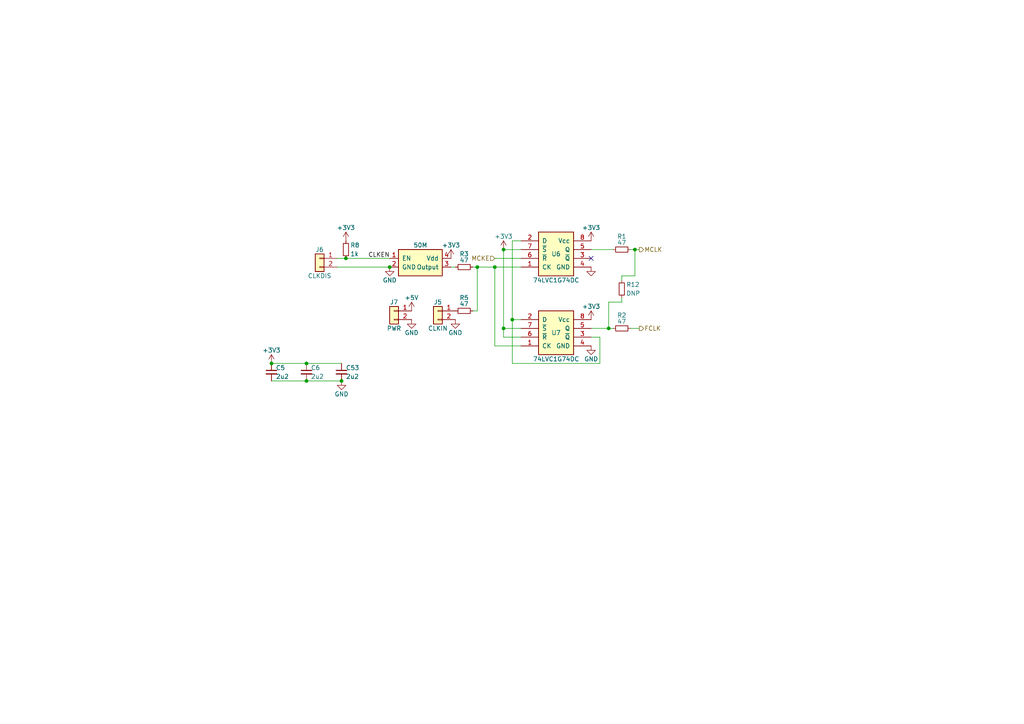
<source format=kicad_sch>
(kicad_sch (version 20230121) (generator eeschema)
  (paper "A4")
  (title_block (title "WarpSE (GW4410A)") (date "2024-04-23") (rev "1.0") (company "Garrett's Workshop"))
  (lib_symbols
    (symbol "Connector_Generic:Conn_01x02" (pin_names (offset 1.016) hide)
      (property "Reference" "J" (at 0 2.54 0))
      (property "Value" "Conn_01x02" (at 0 -5.08 0))
      (symbol "Conn_01x02_1_1"
        (rectangle (start -1.27 -2.413) (end 0 -2.667) (stroke (width 0.1524)))
        (rectangle (start -1.27 0.127) (end 0 -0.127) (stroke (width 0.1524)))
        (rectangle (start -1.27 1.27) (end 1.27 -3.81) (stroke (width 0.254)) (fill (type background)))
        (pin passive line (at -5.08 0 0) (length 3.81) (name "Pin_1") (number "1"))
        (pin passive line (at -5.08 -2.54 0) (length 3.81) (name "Pin_2") (number "2"))
      )
    )
    (symbol "Device:C_Small" (pin_numbers hide) (pin_names (offset 0.254) hide)
      (property "Reference" "C" (at 0.254 1.778 0))
      (property "Value" "C_Small" (at 0.254 -2.032 0))
      (symbol "C_Small_0_1"
        (polyline (pts (xy -1.524 -0.508) (xy 1.524 -0.508)) (stroke (width 0.3302)))
        (polyline (pts (xy -1.524 0.508) (xy 1.524 0.508)) (stroke (width 0.3048)))
      )
      (symbol "C_Small_1_1"
        (pin passive line (at 0 2.54 270) (length 2.032) (name "~") (number "1"))
        (pin passive line (at 0 -2.54 90) (length 2.032) (name "~") (number "2"))
      )
    )
    (symbol "Device:R_Small" (pin_numbers hide) (pin_names (offset 0.254) hide)
      (property "Reference" "R" (at 0.762 0.508 0))
      (property "Value" "R_Small" (at 0.762 -1.016 0))
      (symbol "R_Small_0_1"
        (rectangle (start -0.762 1.778) (end 0.762 -1.778) (stroke (width 0.2032)))
      )
      (symbol "R_Small_1_1"
        (pin passive line (at 0 2.54 270) (length 0.762) (name "~") (number "1"))
        (pin passive line (at 0 -2.54 90) (length 0.762) (name "~") (number "2"))
      )
    )
    (symbol "GW_Logic:741G74DC" (pin_names (offset 1.016))
      (property "Reference" "U" (at 0 7.62 0))
      (property "Value" "741G74DC" (at 0 -7.62 0))
      (symbol "741G74DC_0_1"
        (rectangle (start 5.08 -6.35) (end -5.08 6.35) (stroke (width 0.254)) (fill (type background)))
      )
      (symbol "741G74DC_1_1"
        (pin input line (at -10.16 -3.81 0) (length 5.08) (name "CK") (number "1"))
        (pin input line (at -10.16 3.81 0) (length 5.08) (name "D") (number "2"))
        (pin output line (at 10.16 -1.27 180) (length 5.08) (name "~{Q}") (number "3"))
        (pin power_in line (at 10.16 -3.81 180) (length 5.08) (name "GND") (number "4"))
        (pin output line (at 10.16 1.27 180) (length 5.08) (name "Q") (number "5"))
        (pin input line (at -10.16 -1.27 0) (length 5.08) (name "~{R}") (number "6"))
        (pin input line (at -10.16 1.27 0) (length 5.08) (name "~{S}") (number "7"))
        (pin power_in line (at 10.16 3.81 180) (length 5.08) (name "Vcc") (number "8"))
      )
    )
    (symbol "GW_Logic:Oscillator_4P" (pin_names (offset 1.016))
      (property "Reference" "U" (at 0 6.35 0))
      (property "Value" "Oscillator_4P" (at 0 -3.81 0))
      (symbol "Oscillator_4P_0_1"
        (rectangle (start -6.35 5.08) (end 6.35 -2.54) (stroke (width 0.254)) (fill (type background)))
      )
      (symbol "Oscillator_4P_1_1"
        (pin input line (at -8.89 2.54 0) (length 2.54) (name "EN") (number "1"))
        (pin power_in line (at -8.89 0 0) (length 2.54) (name "GND") (number "2"))
        (pin output line (at 8.89 0 180) (length 2.54) (name "Output") (number "3"))
        (pin power_in line (at 8.89 2.54 180) (length 2.54) (name "Vdd") (number "4"))
      )
    )
    (symbol "power:+3V3" (power) (pin_names (offset 0))
      (property "Value" "+3V3" (at 0 3.556 0))
      (symbol "+3V3_0_1"
        (polyline (pts (xy -0.762 1.27) (xy 0 2.54)))
        (polyline (pts (xy 0 0) (xy 0 2.54)))
        (polyline (pts (xy 0 2.54) (xy 0.762 1.27)))
      )
      (symbol "+3V3_1_1"
        (pin power_in line (at 0 0 90) (length 0) hide (name "+3V3") (number "1"))
      )
    )
    (symbol "power:+5V" (power) (pin_names (offset 0))
      (property "Value" "+5V" (at 0 3.556 0))
      (symbol "+5V_0_1"
        (polyline (pts (xy -0.762 1.27) (xy 0 2.54)))
        (polyline (pts (xy 0 0) (xy 0 2.54)))
        (polyline (pts (xy 0 2.54) (xy 0.762 1.27)))
      )
      (symbol "+5V_1_1"
        (pin power_in line (at 0 0 90) (length 0) hide (name "+5V") (number "1"))
      )
    )
    (symbol "power:GND" (power) (pin_names (offset 0))
      (property "Value" "GND" (at 0 -3.81 0))
      (symbol "GND_0_1"
        (polyline (pts (xy 0 0) (xy 0 -1.27) (xy 1.27 -1.27) (xy 0 -2.54) (xy -1.27 -1.27) (xy 0 -1.27)))
      )
      (symbol "GND_1_1"
        (pin power_in line (at 0 0 270) (length 0) hide (name "GND") (number "1"))
      )
    )
  )
  (junction (at 138.43 77.47))
  (junction (at 88.9 105.41))
  (junction (at 146.05 95.25))
  (junction (at 184.15 72.39))
  (junction (at 148.59 92.71))
  (junction (at 143.51 77.47))
  (junction (at 113.03 77.47))
  (junction (at 176.53 95.25))
  (junction (at 100.33 74.93))
  (junction (at 146.05 72.39))
  (junction (at 99.06 110.49))
  (junction (at 88.9 110.49))
  (junction (at 78.74 105.41))
  (no_connect (at 171.45 74.93))
  (wire (pts (xy 177.8 72.39) (xy 171.45 72.39)))
  (wire (pts (xy 173.99 105.41) (xy 148.59 105.41)))
  (wire (pts (xy 143.51 100.33) (xy 151.13 100.33)))
  (wire (pts (xy 171.45 95.25) (xy 176.53 95.25)))
  (wire (pts (xy 143.51 74.93) (xy 151.13 74.93)))
  (wire (pts (xy 78.74 110.49) (xy 88.9 110.49)))
  (wire (pts (xy 180.34 80.01) (xy 184.15 80.01)))
  (wire (pts (xy 173.99 97.79) (xy 173.99 105.41)))
  (wire (pts (xy 180.34 87.63) (xy 180.34 86.36)))
  (wire (pts (xy 173.99 97.79) (xy 171.45 97.79)))
  (wire (pts (xy 146.05 97.79) (xy 146.05 95.25)))
  (wire (pts (xy 151.13 69.85) (xy 148.59 69.85)))
  (wire (pts (xy 146.05 72.39) (xy 146.05 95.25)))
  (wire (pts (xy 184.15 72.39) (xy 185.42 72.39)))
  (wire (pts (xy 148.59 92.71) (xy 151.13 92.71)))
  (wire (pts (xy 146.05 72.39) (xy 151.13 72.39)))
  (wire (pts (xy 138.43 77.47) (xy 143.51 77.47)))
  (wire (pts (xy 138.43 90.17) (xy 137.16 90.17)))
  (wire (pts (xy 97.79 74.93) (xy 100.33 74.93)))
  (wire (pts (xy 88.9 110.49) (xy 99.06 110.49)))
  (wire (pts (xy 180.34 80.01) (xy 180.34 81.28)))
  (wire (pts (xy 176.53 95.25) (xy 177.8 95.25)))
  (wire (pts (xy 176.53 87.63) (xy 176.53 95.25)))
  (wire (pts (xy 78.74 105.41) (xy 88.9 105.41)))
  (wire (pts (xy 176.53 87.63) (xy 180.34 87.63)))
  (wire (pts (xy 146.05 97.79) (xy 151.13 97.79)))
  (wire (pts (xy 88.9 105.41) (xy 99.06 105.41)))
  (wire (pts (xy 182.88 95.25) (xy 185.42 95.25)))
  (wire (pts (xy 138.43 77.47) (xy 138.43 90.17)))
  (wire (pts (xy 97.79 77.47) (xy 113.03 77.47)))
  (wire (pts (xy 182.88 72.39) (xy 184.15 72.39)))
  (wire (pts (xy 143.51 77.47) (xy 151.13 77.47)))
  (wire (pts (xy 143.51 77.47) (xy 143.51 100.33)))
  (wire (pts (xy 146.05 95.25) (xy 151.13 95.25)))
  (wire (pts (xy 184.15 72.39) (xy 184.15 80.01)))
  (wire (pts (xy 148.59 105.41) (xy 148.59 92.71)))
  (wire (pts (xy 148.59 69.85) (xy 148.59 92.71)))
  (wire (pts (xy 132.08 77.47) (xy 130.81 77.47)))
  (wire (pts (xy 137.16 77.47) (xy 138.43 77.47)))
  (wire (pts (xy 100.33 74.93) (xy 113.03 74.93)))
  (label "CLKEN" (at 113.03 74.93 180))
  (hierarchical_label "MCKE" (shape input) (at 143.51 74.93 180))
  (hierarchical_label "FCLK" (shape output) (at 185.42 95.25 0))
  (hierarchical_label "MCLK" (shape output) (at 185.42 72.39 0))
  (symbol (lib_id "Device:C_Small") (at 78.74 107.95 0) (unit 1)
    (property "Reference" "C5" (at 80.01 106.68 0) (effects (justify left)))
    (property "Value" "2u2" (at 80.01 109.22 0) (effects (justify left)))
    (property "Footprint" "stdpads:C_0603" (effects hide))
    (property "LCSC Part" "C23630" (effects hide))
  )
  (symbol (lib_id "power:+3V3") (at 78.74 105.41 0) (unit 1)
    (property "Reference" "#PWR0122" (effects hide))
    (property "Value" "+3V3" (at 78.74 101.6 0))
  )
  (symbol (lib_id "Device:C_Small") (at 88.9 107.95 0) (unit 1)
    (property "Reference" "C6" (at 90.17 106.68 0) (effects (justify left)))
    (property "Value" "2u2" (at 90.17 109.22 0) (effects (justify left)))
    (property "Footprint" "stdpads:C_0603" (effects hide))
    (property "LCSC Part" "C23630" (effects hide))
  )
  (symbol (lib_id "Device:R_Small") (at 180.34 72.39 270) (unit 1)
    (property "Reference" "R1" (at 180.34 68.58 90))
    (property "Value" "47" (at 180.34 71.12 90) (effects (justify bottom)))
    (property "Footprint" "stdpads:R_0603" (effects hide))
    (property "LCSC Part" "C23182" (effects hide))
  )
  (symbol (lib_id "Device:R_Small") (at 180.34 95.25 270) (unit 1)
    (property "Reference" "R2" (at 180.34 91.44 90))
    (property "Value" "47" (at 180.34 93.98 90) (effects (justify bottom)))
    (property "Footprint" "stdpads:R_0603" (effects hide))
    (property "LCSC Part" "C23182" (effects hide))
  )
  (symbol (lib_id "power:GND") (at 113.03 77.47 0) (mirror y) (unit 1)
    (property "Reference" "#PWR0114" (effects hide))
    (property "Value" "GND" (at 113.03 81.28 0))
  )
  (symbol (lib_id "power:+3V3") (at 130.81 74.93 0) (mirror y) (unit 1)
    (property "Reference" "#PWR0116" (effects hide))
    (property "Value" "+3V3" (at 130.81 71.12 0))
  )
  (symbol (lib_id "GW_Logic:Oscillator_4P") (at 121.92 77.47 0) (unit 1)
    (property "Reference" "U5" (effects hide))
    (property "Value" "50M" (at 121.92 71.12 0))
    (property "Footprint" "stdpads:Crystal_SMD_3225-4Pin_3.2x2.5mm" (effects hide))
    (property "LCSC Part" "C717684" (effects hide))
  )
  (symbol (lib_id "GW_Logic:741G74DC") (at 161.29 96.52 0) (unit 1)
    (property "Reference" "U7" (at 161.29 96.52 0))
    (property "Value" "74LVC1G74DC" (at 161.29 104.14 0))
    (property "Footprint" "stdpads:NXP_VSSOP-8_2.3x2mm" (effects hide))
    (property "LCSC Part" "C503431" (effects hide))
  )
  (symbol (lib_id "Device:C_Small") (at 99.06 107.95 0) (unit 1)
    (property "Reference" "C53" (at 100.33 106.68 0) (effects (justify left)))
    (property "Value" "2u2" (at 100.33 109.22 0) (effects (justify left)))
    (property "Footprint" "stdpads:C_0603" (effects hide))
    (property "LCSC Part" "C23630" (effects hide))
  )
  (symbol (lib_id "power:+3V3") (at 100.33 69.85 0) (unit 1)
    (property "Reference" "#PWR09" (effects hide))
    (property "Value" "+3V3" (at 100.33 66.04 0))
  )
  (symbol (lib_id "Device:R_Small") (at 180.34 83.82 180) (unit 1)
    (property "Reference" "R12" (at 181.61 82.55 0) (effects (justify right)))
    (property "Value" "DNP" (at 181.61 85.09 0) (effects (justify right)))
    (property "Footprint" "stdpads:R_0603" (effects hide))
  )
  (symbol (lib_id "power:GND") (at 132.08 92.71 0) (mirror y) (unit 1)
    (property "Reference" "#PWR08" (effects hide))
    (property "Value" "GND" (at 132.08 96.52 0))
  )
  (symbol (lib_id "power:GND") (at 119.38 92.71 0) (mirror y) (unit 1)
    (property "Reference" "#PWR026" (effects hide))
    (property "Value" "GND" (at 119.38 96.52 0))
  )
  (symbol (lib_id "power:GND") (at 171.45 100.33 0) (unit 1)
    (property "Reference" "#PWR03" (effects hide))
    (property "Value" "GND" (at 171.45 104.14 0))
  )
  (symbol (lib_id "Connector_Generic:Conn_01x02") (at 127 90.17 0) (mirror y) (unit 1)
    (property "Reference" "J5" (at 127 87.63 0))
    (property "Value" "CLKIN" (at 127 95.25 0))
    (property "Footprint" "stdpads:PinHeader_1x02_P2.54mm_Vertical" (effects hide))
  )
  (symbol (lib_id "power:GND") (at 171.45 77.47 0) (unit 1)
    (property "Reference" "#PWR01" (effects hide))
    (property "Value" "GND" (effects hide))
  )
  (symbol (lib_id "power:+3V3") (at 171.45 92.71 0) (unit 1)
    (property "Reference" "#PWR011" (effects hide))
    (property "Value" "+3V3" (at 171.45 88.9 0))
  )
  (symbol (lib_id "GW_Logic:741G74DC") (at 161.29 73.66 0) (unit 1)
    (property "Reference" "U6" (at 161.29 73.66 0))
    (property "Value" "74LVC1G74DC" (at 161.29 81.28 0))
    (property "Footprint" "stdpads:NXP_VSSOP-8_2.3x2mm" (effects hide))
    (property "LCSC Part" "C503431" (effects hide))
  )
  (symbol (lib_id "power:+5V") (at 119.38 90.17 0) (unit 1)
    (property "Reference" "#PWR027" (effects hide))
    (property "Value" "+5V" (at 119.38 86.36 0))
  )
  (symbol (lib_id "power:GND") (at 99.06 110.49 0) (mirror y) (unit 1)
    (property "Reference" "#PWR015" (effects hide))
    (property "Value" "GND" (at 99.06 114.3 0))
  )
  (symbol (lib_id "Device:R_Small") (at 134.62 77.47 270) (unit 1)
    (property "Reference" "R3" (at 134.62 73.66 90))
    (property "Value" "47" (at 134.62 76.2 90) (effects (justify bottom)))
    (property "Footprint" "stdpads:R_0603" (effects hide))
    (property "LCSC Part" "C23182" (effects hide))
  )
  (symbol (lib_id "power:+3V3") (at 146.05 72.39 0) (unit 1)
    (property "Reference" "#PWR012" (effects hide))
    (property "Value" "+3V3" (at 146.05 68.58 0))
  )
  (symbol (lib_id "Connector_Generic:Conn_01x02") (at 114.3 90.17 0) (mirror y) (unit 1)
    (property "Reference" "J7" (at 114.3 87.63 0))
    (property "Value" "PWR" (at 114.3 95.25 0))
    (property "Footprint" "stdpads:PinHeader_1x02_P2.54mm_Vertical" (effects hide))
  )
  (symbol (lib_id "Device:R_Small") (at 100.33 72.39 180) (unit 1)
    (property "Reference" "R8" (at 101.6 71.12 0) (effects (justify right)))
    (property "Value" "1k" (at 101.6 73.66 0) (effects (justify right)))
    (property "Footprint" "stdpads:R_0603" (effects hide))
    (property "LCSC Part" "C21190" (effects hide))
  )
  (symbol (lib_id "Connector_Generic:Conn_01x02") (at 92.71 74.93 0) (mirror y) (unit 1)
    (property "Reference" "J6" (at 92.71 72.39 0))
    (property "Value" "CLKDIS" (at 92.71 80.01 0))
    (property "Footprint" "stdpads:PinHeader_1x02_P2.54mm_Vertical" (effects hide))
  )
  (symbol (lib_id "Device:R_Small") (at 134.62 90.17 270) (unit 1)
    (property "Reference" "R5" (at 134.62 86.36 90))
    (property "Value" "47" (at 134.62 88.9 90) (effects (justify bottom)))
    (property "Footprint" "stdpads:R_0603" (effects hide))
    (property "LCSC Part" "C23182" (effects hide))
  )
  (symbol (lib_id "power:+3V3") (at 171.45 69.85 0) (unit 1)
    (property "Reference" "#PWR05" (effects hide))
    (property "Value" "+3V3" (at 171.45 66.04 0))
  )
)
</source>
